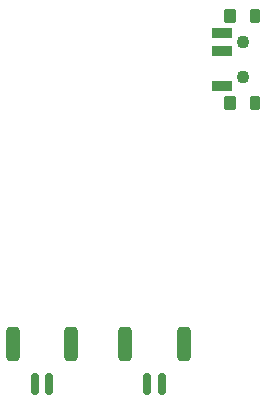
<source format=gbr>
G04 #@! TF.GenerationSoftware,KiCad,Pcbnew,8.0.0-rc1-52-g27482ef8a0*
G04 #@! TF.CreationDate,2024-01-20T20:33:33+01:00*
G04 #@! TF.ProjectId,test,74657374-2e6b-4696-9361-645f70636258,rev?*
G04 #@! TF.SameCoordinates,Original*
G04 #@! TF.FileFunction,Soldermask,Top*
G04 #@! TF.FilePolarity,Negative*
%FSLAX46Y46*%
G04 Gerber Fmt 4.6, Leading zero omitted, Abs format (unit mm)*
G04 Created by KiCad (PCBNEW 8.0.0-rc1-52-g27482ef8a0) date 2024-01-20 20:33:33*
%MOMM*%
%LPD*%
G01*
G04 APERTURE LIST*
G04 Aperture macros list*
%AMRoundRect*
0 Rectangle with rounded corners*
0 $1 Rounding radius*
0 $2 $3 $4 $5 $6 $7 $8 $9 X,Y pos of 4 corners*
0 Add a 4 corners polygon primitive as box body*
4,1,4,$2,$3,$4,$5,$6,$7,$8,$9,$2,$3,0*
0 Add four circle primitives for the rounded corners*
1,1,$1+$1,$2,$3*
1,1,$1+$1,$4,$5*
1,1,$1+$1,$6,$7*
1,1,$1+$1,$8,$9*
0 Add four rect primitives between the rounded corners*
20,1,$1+$1,$2,$3,$4,$5,0*
20,1,$1+$1,$4,$5,$6,$7,0*
20,1,$1+$1,$6,$7,$8,$9,0*
20,1,$1+$1,$8,$9,$2,$3,0*%
G04 Aperture macros list end*
%ADD10RoundRect,0.175500X-0.175500X-0.725500X0.175500X-0.725500X0.175500X0.725500X-0.175500X0.725500X0*%
%ADD11RoundRect,0.275500X-0.275500X-1.175500X0.275500X-1.175500X0.275500X1.175500X-0.275500X1.175500X0*%
%ADD12C,1.102360*%
%ADD13RoundRect,0.101600X0.749300X-0.349250X0.749300X0.349250X-0.749300X0.349250X-0.749300X-0.349250X0*%
%ADD14RoundRect,0.101600X-0.299720X0.499110X-0.299720X-0.499110X0.299720X-0.499110X0.299720X0.499110X0*%
%ADD15RoundRect,0.101600X-0.398780X0.499110X-0.398780X-0.499110X0.398780X-0.499110X0.398780X0.499110X0*%
G04 APERTURE END LIST*
D10*
X49875000Y-120450000D03*
X51125000Y-120450000D03*
D11*
X48025000Y-117100000D03*
X52975000Y-117100000D03*
D12*
X67500000Y-91501400D03*
X67500000Y-94498600D03*
D13*
X65752480Y-90752100D03*
X65752480Y-92250700D03*
X65752480Y-95247900D03*
D14*
X68498220Y-89350020D03*
D15*
X66400180Y-89350020D03*
D14*
X68498220Y-96649980D03*
D15*
X66400180Y-96649980D03*
D10*
X59375000Y-120450000D03*
X60625000Y-120450000D03*
D11*
X57525000Y-117100000D03*
X62475000Y-117100000D03*
D12*
X67500000Y-94498600D03*
X67500000Y-91501400D03*
M02*

</source>
